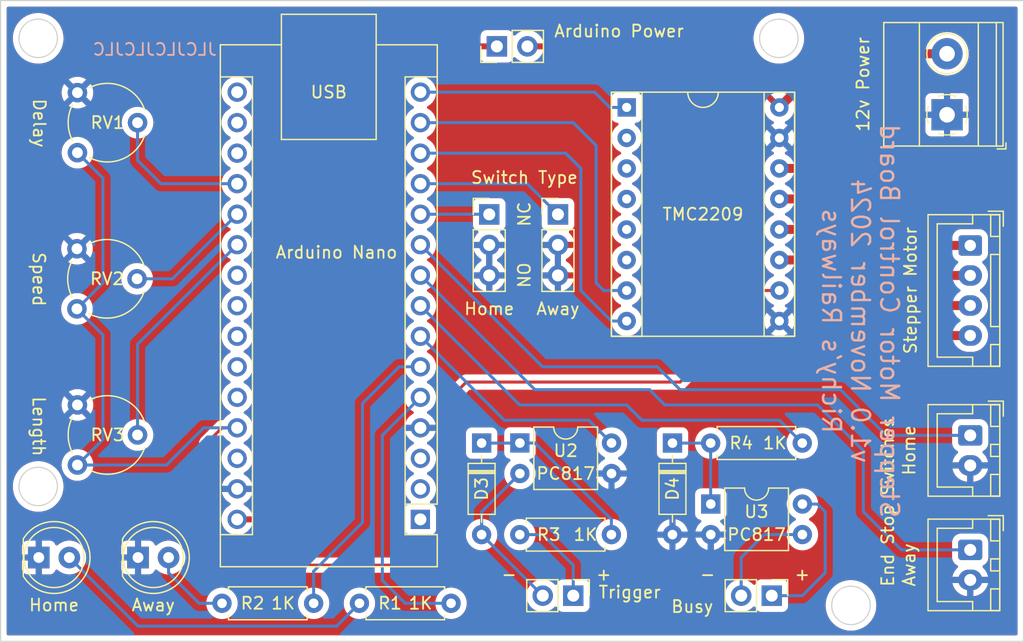
<source format=kicad_pcb>
(kicad_pcb (version 20211014) (generator pcbnew)
  (layers (0 "F.Cu" signal) (31 "B.Cu" signal) (34 "B.Paste" user) (35 "F.Paste" user) (36 "B.SilkS" user "B.Silkscreen") (37 "F.SilkS" user "F.Silkscreen") (38 "B.Mask" user) (39 "F.Mask" user) (44 "Edge.Cuts" user))
  (net 0 "")
  (net 4 "GND")
  (net 5 "Net-(A1-Pad5)")
  (net 6 "Net-(A1-Pad6)")
  (net 7 "Net-(A1-Pad7)")
  (net 8 "Net-(A1-Pad8)")
  (net 9 "Net-(A1-Pad9)")
  (net 10 "Net-(A1-Pad10)")
  (net 11 "Net-(A1-Pad11)")
  (net 12 "Net-(A1-Pad12)")
  (net 16 "Net-(A1-Pad19)")
  (net 17 "Net-(A1-Pad20)")
  (net 18 "Net-(A1-Pad21)")
  (net 24 "Net-(A1-Pad27)")
  (net 26 "Net-(A1-Pad30)")
  (net 27 "Net-(D1-Pad2)")
  (net 28 "Net-(D2-Pad2)")
  (net 29 "Net-(D3-Pad1)")
  (net 30 "Net-(D3-Pad2)")
  (net 31 "Net-(D4-Pad1)")
  (net 32 "Net-(J3-Pad1)")
  (net 33 "Net-(J3-Pad2)")
  (net 34 "Net-(J3-Pad3)")
  (net 35 "Net-(J3-Pad4)")
  (net 41 "Net-(J1-Pad2)")
  (net 42 "Net-(U1-Pad1)")
  (net 43 "Net-(U1-Pad7)")
  (net 44 "Net-(U1-Pad8)")
  (net 45 "Net-(J4-Pad1)")
  (net 46 "Net-(J5-Pad1)")
  (net 47 "Net-(J5-Pad2)")
  (footprint "Connector_PinHeader_2.54mm:PinHeader_1x03_P2.54mm_Vertical" (layer "F.Cu") (at 69.215 40.655)
    (fp_text reference "J8" hide)
    (fp_text value "Home" (at 0 7.859) (layer "F.SilkS"))
    (fp_line (start -1.33 6.41) (end 1.33 6.41) (layer "F.SilkS") (width 0.12))
    (fp_line (start -1.33 0) (end -1.33 -1.33) (layer "F.SilkS") (width 0.12))
    (fp_line (start -1.33 -1.33) (end 0 -1.33) (layer "F.SilkS") (width 0.12))
    (fp_line (start 1.33 1.27) (end 1.33 6.41) (layer "F.SilkS") (width 0.12))
    (fp_line (start -1.33 1.27) (end 1.33 1.27) (layer "F.SilkS") (width 0.12))
    (fp_line (start -1.33 1.27) (end -1.33 6.41) (layer "F.SilkS") (width 0.12))
    (pad "1" thru_hole rect (at 0 0) (size 1.7 1.7) (drill 1) (layers *.Cu *.Mask) (net 11 "Net-(A1-Pad11)"))
    (pad "2" thru_hole oval (at 0 2.54) (size 1.7 1.7) (drill 1) (layers *.Cu *.Mask) (net 4 "GND"))
    (pad "3" thru_hole oval (at 0 5.08) (size 1.7 1.7) (drill 1) (layers *.Cu *.Mask) (net 4 "GND"))
  )
  (footprint "LED_THT:LED_D5.0mm" (layer "F.Cu") (at 31.75 69.215)
    (fp_text reference "D1" hide)
    (fp_text value "Home" (at 1.27 3.96) (layer "F.SilkS"))
    (fp_line (start -1.29 -1.545) (end -1.29 1.545) (layer "F.SilkS") (width 0.12))
    (fp_arc (start -1.29 -1.54483) (mid 2.072002 -2.880433) (end 4.26 0.000462) (layer "F.SilkS") (width 0.12))
    (fp_arc (start 4.26 -0.000462) (mid 2.072002 2.880433) (end -1.29 1.54483) (layer "F.SilkS") (width 0.12))
    (fp_circle (center 1.27 0) (end 3.77 0) (layer "F.SilkS") (width 0.12) (fill none))
    (pad "1" thru_hole rect (at 0 0) (size 1.8 1.8) (drill 0.9) (layers *.Cu *.Mask) (net 4 "GND"))
    (pad "2" thru_hole circle (at 2.54 0) (size 1.8 1.8) (drill 0.9) (layers *.Cu *.Mask) (net 27 "Net-(D1-Pad2)"))
  )
  (footprint "Connector_JST:JST_XH_B2B-XH-A_1x02_P2.50mm_Vertical" (layer "F.Cu") (at 109.22 68.58 -90)
    (fp_text reference "J6" hide)
    (fp_text value "Away" (at 1.25 5.08 90) (layer "F.SilkS"))
    (fp_line (start -1.8 -0.2) (end -1.8 2.75) (layer "F.SilkS") (width 0.12))
    (fp_line (start 3.25 -2.45) (end 3.25 -1.7) (layer "F.SilkS") (width 0.12))
    (fp_line (start 3.25 -1.7) (end 5.05 -1.7) (layer "F.SilkS") (width 0.12))
    (fp_line (start -2.55 -1.7) (end -0.75 -1.7) (layer "F.SilkS") (width 0.12))
    (fp_line (start 1.75 -2.45) (end 0.75 -2.45) (layer "F.SilkS") (width 0.12))
    (fp_line (start 1.75 -1.7) (end 1.75 -2.45) (layer "F.SilkS") (width 0.12))
    (fp_line (start 5.05 -1.7) (end 5.05 -2.45) (layer "F.SilkS") (width 0.12))
    (fp_line (start 5.05 -2.45) (end 3.25 -2.45) (layer "F.SilkS") (width 0.12))
    (fp_line (start -0.75 -2.45) (end -2.55 -2.45) (layer "F.SilkS") (width 0.12))
    (fp_line (start 5.06 3.51) (end 5.06 -2.46) (layer "F.SilkS") (width 0.12))
    (fp_line (start -2.55 -0.2) (end -1.8 -0.2) (layer "F.SilkS") (width 0.12))
    (fp_line (start -1.6 -2.75) (end -2.85 -2.75) (layer "F.SilkS") (width 0.12))
    (fp_line (start 5.05 -0.2) (end 4.3 -0.2) (layer "F.SilkS") (width 0.12))
    (fp_line (start -1.8 2.75) (end 1.25 2.75) (layer "F.SilkS") (width 0.12))
    (fp_line (start -0.75 -1.7) (end -0.75 -2.45) (layer "F.SilkS") (width 0.12))
    (fp_line (start -2.56 3.51) (end 5.06 3.51) (layer "F.SilkS") (width 0.12))
    (fp_line (start 5.06 -2.46) (end -2.56 -2.46) (layer "F.SilkS") (width 0.12))
    (fp_line (start 4.3 2.75) (end 1.25 2.75) (layer "F.SilkS") (width 0.12))
    (fp_line (start -2.56 -2.46) (end -2.56 3.51) (layer "F.SilkS") (width 0.12))
    (fp_line (start 0.75 -1.7) (end 1.75 -1.7) (layer "F.SilkS") (width 0.12))
    (fp_line (start 0.75 -2.45) (end 0.75 -1.7) (layer "F.SilkS") (width 0.12))
    (fp_line (start -2.85 -2.75) (end -2.85 -1.5) (layer "F.SilkS") (width 0.12))
    (fp_line (start -2.55 -2.45) (end -2.55 -1.7) (layer "F.SilkS") (width 0.12))
    (fp_line (start 4.3 -0.2) (end 4.3 2.75) (layer "F.SilkS") (width 0.12))
    (pad "1" thru_hole roundrect (at 0 0 270) (size 1.7 2) (drill 1) (layers *.Cu *.Mask) (roundrect_rratio 0.1470588235) (net 9 "Net-(A1-Pad9)"))
    (pad "2" thru_hole oval (at 2.5 0 270) (size 1.7 2) (drill 1) (layers *.Cu *.Mask) (net 4 "GND"))
  )
  (footprint "Connector_JST:JST_XH_B2B-XH-A_1x02_P2.50mm_Vertical" (layer "F.Cu") (at 109.22 59.05 -90)
    (fp_text reference "J7" hide)
    (fp_text value "Home" (at 1.25 5.08 90) (layer "F.SilkS"))
    (fp_line (start 5.05 -1.7) (end 5.05 -2.45) (layer "F.SilkS") (width 0.12))
    (fp_line (start 0.75 -2.45) (end 0.75 -1.7) (layer "F.SilkS") (width 0.12))
    (fp_line (start 1.75 -1.7) (end 1.75 -2.45) (layer "F.SilkS") (width 0.12))
    (fp_line (start -2.55 -0.2) (end -1.8 -0.2) (layer "F.SilkS") (width 0.12))
    (fp_line (start -0.75 -2.45) (end -2.55 -2.45) (layer "F.SilkS") (width 0.12))
    (fp_line (start 3.25 -1.7) (end 5.05 -1.7) (layer "F.SilkS") (width 0.12))
    (fp_line (start 3.25 -2.45) (end 3.25 -1.7) (layer "F.SilkS") (width 0.12))
    (fp_line (start 5.05 -2.45) (end 3.25 -2.45) (layer "F.SilkS") (width 0.12))
    (fp_line (start 5.05 -0.2) (end 4.3 -0.2) (layer "F.SilkS") (width 0.12))
    (fp_line (start -2.56 -2.46) (end -2.56 3.51) (layer "F.SilkS") (width 0.12))
    (fp_line (start 0.75 -1.7) (end 1.75 -1.7) (layer "F.SilkS") (width 0.12))
    (fp_line (start -1.8 -0.2) (end -1.8 2.75) (layer "F.SilkS") (width 0.12))
    (fp_line (start -2.55 -2.45) (end -2.55 -1.7) (layer "F.SilkS") (width 0.12))
    (fp_line (start -2.55 -1.7) (end -0.75 -1.7) (layer "F.SilkS") (width 0.12))
    (fp_line (start 4.3 -0.2) (end 4.3 2.75) (layer "F.SilkS") (width 0.12))
    (fp_line (start -2.56 3.51) (end 5.06 3.51) (layer "F.SilkS") (width 0.12))
    (fp_line (start 5.06 -2.46) (end -2.56 -2.46) (layer "F.SilkS") (width 0.12))
    (fp_line (start 1.75 -2.45) (end 0.75 -2.45) (layer "F.SilkS") (width 0.12))
    (fp_line (start -0.75 -1.7) (end -0.75 -2.45) (layer "F.SilkS") (width 0.12))
    (fp_line (start 5.06 3.51) (end 5.06 -2.46) (layer "F.SilkS") (width 0.12))
    (fp_line (start -1.6 -2.75) (end -2.85 -2.75) (layer "F.SilkS") (width 0.12))
    (fp_line (start -2.85 -2.75) (end -2.85 -1.5) (layer "F.SilkS") (width 0.12))
    (fp_line (start 4.3 2.75) (end 1.25 2.75) (layer "F.SilkS") (width 0.12))
    (fp_line (start -1.8 2.75) (end 1.25 2.75) (layer "F.SilkS") (width 0.12))
    (pad "1" thru_hole roundrect (at 0 0 270) (size 1.7 2) (drill 1) (layers *.Cu *.Mask) (roundrect_rratio 0.1470588235) (net 10 "Net-(A1-Pad10)"))
    (pad "2" thru_hole oval (at 2.5 0 270) (size 1.7 2) (drill 1) (layers *.Cu *.Mask) (net 4 "GND"))
  )
  (footprint "Resistor_THT:R_Axial_DIN0207_L6.3mm_D2.5mm_P7.62mm_Horizontal" (layer "F.Cu") (at 87.63 59.69)
    (fp_text reference "R4" (at 2.54 0) (layer "F.SilkS"))
    (fp_text value "1K" (at 5.334 0) (layer "F.SilkS"))
    (fp_line (start 0.54 1.37) (end 7.08 1.37) (layer "F.SilkS") (width 0.12))
    (fp_line (start 0.54 -1.04) (end 0.54 -1.37) (layer "F.SilkS") (width 0.12))
    (fp_line (start 7.08 -1.37) (end 7.08 -1.04) (layer "F.SilkS") (width 0.12))
    (fp_line (start 0.54 -1.37) (end 7.08 -1.37) (layer "F.SilkS") (width 0.12))
    (fp_line (start 7.08 1.37) (end 7.08 1.04) (layer "F.SilkS") (width 0.12))
    (fp_line (start 0.54 1.04) (end 0.54 1.37) (layer "F.SilkS") (width 0.12))
    (pad "1" thru_hole circle (at 0 0) (size 1.6 1.6) (drill 0.8) (layers *.Cu *.Mask) (net 31 "Net-(D4-Pad1)"))
    (pad "2" thru_hole oval (at 7.62 0) (size 1.6 1.6) (drill 0.8) (layers *.Cu *.Mask) (net 8 "Net-(A1-Pad8)"))
  )
  (footprint "Potentiometer_THT:Potentiometer_Piher_PT-6-V_Vertical" (layer "F.Cu") (at 34.965 61.515)
    (fp_text reference "RV3" (at 2.5 -2.5) (layer "F.SilkS"))
    (fp_text value "Length" (at -3.215 -3.215 270 unlocked) (layer "F.SilkS"))
    (fp_arc (start 2.556863 0.770075) (mid 1.764071 0.686696) (end 1.015 0.414) (layer "F.SilkS") (width 0.12))
    (fp_arc (start 1.016032 -5.413829) (mid 3.725524 -5.531609) (end 5.592 -3.564) (layer "F.SilkS") (width 0.12))
    (fp_arc (start -0.413387 -1.014798) (mid -0.770114 -2.499325) (end -0.414 -3.984) (layer "F.SilkS") (width 0.12))
    (fp_arc (start 5.591846 -1.435392) (mid 4.398899 0.162158) (end 2.5 0.77) (layer "F.SilkS") (width 0.12))
    (pad "1" thru_hole circle (at 0 0) (size 1.62 1.62) (drill 0.9) (layers *.Cu *.Mask) (net 24 "Net-(A1-Pad27)"))
    (pad "2" thru_hole circle (at 5 -2.5) (size 1.62 1.62) (drill 0.9) (layers *.Cu *.Mask) (net 18 "Net-(A1-Pad21)"))
    (pad "3" thru_hole circle (at 0 -5) (size 1.62 1.62) (drill 0.9) (layers *.Cu *.Mask) (net 4 "GND"))
  )
  (footprint "Diode_THT:D_DO-35_SOD27_P7.62mm_Horizontal" (layer "F.Cu") (at 68.58 59.69 -90)
    (fp_text reference "D3" (at 3.81 0 90) (layer "F.SilkS"))
    (fp_text value "1N4148" hide)
    (fp_line (start 5.93 1.12) (end 5.93 -1.12) (layer "F.SilkS") (width 0.12))
    (fp_line (start 2.41 -1.12) (end 2.41 1.12) (layer "F.SilkS") (width 0.12))
    (fp_line (start 5.93 -1.12) (end 1.69 -1.12) (layer "F.SilkS") (width 0.12))
    (fp_line (start 1.69 1.12) (end 5.93 1.12) (layer "F.SilkS") (width 0.12))
    (fp_line (start 1.69 -1.12) (end 1.69 1.12) (layer "F.SilkS") (width 0.12))
    (fp_line (start 2.29 -1.12) (end 2.29 1.12) (layer "F.SilkS") (width 0.12))
    (fp_line (start 2.53 -1.12) (end 2.53 1.12) (layer "F.SilkS") (width 0.12))
    (fp_line (start 6.58 0) (end 5.93 0) (layer "F.SilkS") (width 0.12))
    (fp_line (start 1.04 0) (end 1.69 0) (layer "F.SilkS") (width 0.12))
    (pad "1" thru_hole rect (at 0 0 270) (size 1.6 1.6) (drill 0.8) (layers *.Cu *.Mask) (net 29 "Net-(D3-Pad1)"))
    (pad "2" thru_hole oval (at 7.62 0 270) (size 1.6 1.6) (drill 0.8) (layers *.Cu *.Mask) (net 30 "Net-(D3-Pad2)"))
  )
  (footprint "LED_THT:LED_D5.0mm" (layer "F.Cu") (at 40.005 69.215)
    (fp_text reference "D2" hide)
    (fp_text value "Away" (at 1.27 3.96) (layer "F.SilkS"))
    (fp_line (start -1.29 -1.545) (end -1.29 1.545) (layer "F.SilkS") (width 0.12))
    (fp_arc (start -1.29 -1.54483) (mid 2.072002 -2.880433) (end 4.26 0.000462) (layer "F.SilkS") (width 0.12))
    (fp_arc (start 4.26 -0.000462) (mid 2.072002 2.880433) (end -1.29 1.54483) (layer "F.SilkS") (width 0.12))
    (fp_circle (center 1.27 0) (end 3.77 0) (layer "F.SilkS") (width 0.12) (fill none))
    (pad "1" thru_hole rect (at 0 0) (size 1.8 1.8) (drill 0.9) (layers *.Cu *.Mask) (net 4 "GND"))
    (pad "2" thru_hole circle (at 2.54 0) (size 1.8 1.8) (drill 0.9) (layers *.Cu *.Mask) (net 28 "Net-(D2-Pad2)"))
  )
  (footprint "Connector_PinHeader_2.54mm:PinHeader_1x02_P2.54mm_Vertical" (layer "F.Cu") (at 92.71 72.39 -90)
    (fp_text reference "J5" hide)
    (fp_text value "Busy" (at 0.91 6.61 unlocked) (layer "F.SilkS"))
    (fp_line (start -1.33 1.27) (end 1.33 1.27) (layer "F.SilkS") (width 0.12))
    (fp_line (start -1.33 1.27) (end -1.33 3.87) (layer "F.SilkS") (width 0.12))
    (fp_line (start 1.33 1.27) (end 1.33 3.87) (layer "F.SilkS") (width 0.12))
    (fp_line (start -1.33 0) (end -1.33 -1.33) (layer "F.SilkS") (width 0.12))
    (fp_line (start -1.33 3.87) (end 1.33 3.87) (layer "F.SilkS") (width 0.12))
    (fp_line (start -1.33 -1.33) (end 0 -1.33) (layer "F.SilkS") (width 0.12))
    (pad "1" thru_hole rect (at 0 0 270) (size 1.7 1.7) (drill 1) (layers *.Cu *.Mask) (net 46 "Net-(J5-Pad1)"))
    (pad "2" thru_hole oval (at 0 2.54 270) (size 1.7 1.7) (drill 1) (layers *.Cu *.Mask) (net 47 "Net-(J5-Pad2)"))
  )
  (footprint "Resistor_THT:R_Axial_DIN0207_L6.3mm_D2.5mm_P7.62mm_Horizontal" (layer "F.Cu") (at 71.755 67.31)
    (fp_text reference "R3" (at 2.413 0) (layer "F.SilkS"))
    (fp_text value "1K" (at 5.461 0) (layer "F.SilkS"))
    (fp_line (start 0.54 1.37) (end 7.08 1.37) (layer "F.SilkS") (width 0.12))
    (fp_line (start 0.54 -1.37) (end 7.08 -1.37) (layer "F.SilkS") (width 0.12))
    (fp_line (start 0.54 -1.04) (end 0.54 -1.37) (layer "F.SilkS") (width 0.12))
    (fp_line (start 7.08 1.37) (end 7.08 1.04) (layer "F.SilkS") (width 0.12))
    (fp_line (start 0.54 1.04) (end 0.54 1.37) (layer "F.SilkS") (width 0.12))
    (fp_line (start 7.08 -1.37) (end 7.08 -1.04) (layer "F.SilkS") (width 0.12))
    (pad "1" thru_hole circle (at 0 0) (size 1.6 1.6) (drill 0.8) (layers *.Cu *.Mask) (net 45 "Net-(J4-Pad1)"))
    (pad "2" thru_hole oval (at 7.62 0) (size 1.6 1.6) (drill 0.8) (layers *.Cu *.Mask) (net 29 "Net-(D3-Pad1)"))
  )
  (footprint "Connector_PinHeader_2.54mm:PinHeader_1x02_P2.54mm_Vertical" (layer "F.Cu") (at 69.85 26.67 90)
    (fp_text reference "J2" hide)
    (fp_text value "Arduino Power" (at 1.27 10.165 unlocked) (layer "F.SilkS"))
    (fp_line (start -1.33 1.27) (end 1.33 1.27) (layer "F.SilkS") (width 0.12))
    (fp_line (start -1.33 3.87) (end 1.33 3.87) (layer "F.SilkS") (width 0.12))
    (fp_line (start 1.33 1.27) (end 1.33 3.87) (layer "F.SilkS") (width 0.12))
    (fp_line (start -1.33 0) (end -1.33 -1.33) (layer "F.SilkS") (width 0.12))
    (fp_line (start -1.33 1.27) (end -1.33 3.87) (layer "F.SilkS") (width 0.12))
    (fp_line (start -1.33 -1.33) (end 0 -1.33) (layer "F.SilkS") (width 0.12))
    (pad "1" thru_hole rect locked (at 0 0 90) (size 1.7 1.7) (drill 1) (layers *.Cu *.Mask) (net 26 "Net-(A1-Pad30)"))
    (pad "2" thru_hole oval locked (at 0 2.54 90) (size 1.7 1.7) (drill 1) (layers *.Cu *.Mask) (net 41 "Net-(J1-Pad2)"))
  )
  (footprint "Diode_THT:D_DO-35_SOD27_P7.62mm_Horizontal" (layer "F.Cu") (at 84.455 59.69 -90)
    (fp_text reference "D4" (at 3.81 0 90) (layer "F.SilkS"))
    (fp_text value "1N4148" hide)
    (fp_line (start 1.69 -1.12) (end 1.69 1.12) (layer "F.SilkS") (width 0.12))
    (fp_line (start 5.93 -1.12) (end 1.69 -1.12) (layer "F.SilkS") (width 0.12))
    (fp_line (start 2.41 -1.12) (end 2.41 1.12) (layer "F.SilkS") (width 0.12))
    (fp_line (start 2.53 -1.12) (end 2.53 1.12) (layer "F.SilkS") (width 0.12))
    (fp_line (start 2.29 -1.12) (end 2.29 1.12) (layer "F.SilkS") (width 0.12))
    (fp_line (start 1.69 1.12) (end 5.93 1.12) (layer "F.SilkS") (width 0.12))
    (fp_line (start 5.93 1.12) (end 5.93 -1.12) (layer "F.SilkS") (width 0.12))
    (fp_line (start 6.58 0) (end 5.93 0) (layer "F.SilkS") (width 0.12))
    (fp_line (start 1.04 0) (end 1.69 0) (layer "F.SilkS") (width 0.12))
    (pad "1" thru_hole rect (at 0 0 270) (size 1.6 1.6) (drill 0.8) (layers *.Cu *.Mask) (net 31 "Net-(D4-Pad1)"))
    (pad "2" thru_hole oval (at 7.62 0 270) (size 1.6 1.6) (drill 0.8) (layers *.Cu *.Mask) (net 4 "GND"))
  )
  (footprint "Potentiometer_THT:Potentiometer_Piher_PT-6-V_Vertical" (layer "F.Cu") (at 34.925 48.5175)
    (fp_text reference "RV2" (at 2.5 -2.5) (layer "F.SilkS"))
    (fp_text value "Speed" (at -3.175 -2.46 270 unlocked) (layer "F.SilkS"))
    (fp_arc (start -0.413387 -1.014798) (mid -0.770114 -2.499325) (end -0.414 -3.984) (layer "F.SilkS") (width 0.12))
    (fp_arc (start 1.016032 -5.413829) (mid 3.725524 -5.531609) (end 5.592 -3.564) (layer "F.SilkS") (width 0.12))
    (fp_arc (start 5.591846 -1.435392) (mid 4.398899 0.162158) (end 2.5 0.77) (layer "F.SilkS") (width 0.12))
    (fp_arc (start 2.556863 0.770075) (mid 1.764071 0.686696) (end 1.015 0.414) (layer "F.SilkS") (width 0.12))
    (pad "1" thru_hole circle (at 0 0) (size 1.62 1.62) (drill 0.9) (layers *.Cu *.Mask) (net 24 "Net-(A1-Pad27)"))
    (pad "2" thru_hole circle (at 5 -2.5) (size 1.62 1.62) (drill 0.9) (layers *.Cu *.Mask) (net 17 "Net-(A1-Pad20)"))
    (pad "3" thru_hole circle (at 0 -5) (size 1.62 1.62) (drill 0.9) (layers *.Cu *.Mask) (net 4 "GND"))
  )
  (footprint "Connector_PinHeader_2.54mm:PinHeader_1x03_P2.54mm_Vertical" (layer "F.Cu") (at 74.93 40.655)
    (fp_text reference "J9" hide)
    (fp_text value "Away" (at 0 7.859) (layer "F.SilkS"))
    (fp_line (start -1.33 0) (end -1.33 -1.33) (layer "F.SilkS") (width 0.12))
    (fp_line (start -1.33 1.27) (end 1.33 1.27) (layer "F.SilkS") (width 0.12))
    (fp_line (start -1.33 1.27) (end -1.33 6.41) (layer "F.SilkS") (width 0.12))
    (fp_line (start -1.33 6.41) (end 1.33 6.41) (layer "F.SilkS") (width 0.12))
    (fp_line (start -1.33 -1.33) (end 0 -1.33) (layer "F.SilkS") (width 0.12))
    (fp_line (start 1.33 1.27) (end 1.33 6.41) (layer "F.SilkS") (width 0.12))
    (pad "1" thru_hole rect (at 0 0) (size 1.7 1.7) (drill 1) (layers *.Cu *.Mask) (net 12 "Net-(A1-Pad12)"))
    (pad "2" thru_hole oval (at 0 2.54) (size 1.7 1.7) (drill 1) (layers *.Cu *.Mask) (net 4 "GND"))
    (pad "3" thru_hole oval (at 0 5.08) (size 1.7 1.7) (drill 1) (layers *.Cu *.Mask) (net 4 "GND"))
  )
  (footprint "Package_DIP:DIP-4_W7.62mm" (layer "F.Cu") (at 71.765 59.685)
    (fp_text reference "U2" (at 3.81 0.64) (layer "F.SilkS"))
    (fp_text value "PC817" (at 3.81 2.545) (layer "F.SilkS"))
    (fp_line (start 6.46 3.87) (end 6.46 -1.33) (layer "F.SilkS") (width 0.12))
    (fp_line (start 6.46 -1.33) (end 4.81 -1.33) (layer "F.SilkS") (width 0.12))
    (fp_line (start 1.16 -1.33) (end 1.16 3.87) (layer "F.SilkS") (width 0.12))
    (fp_line (start 2.81 -1.33) (end 1.16 -1.33) (layer "F.SilkS") (width 0.12))
    (fp_line (start 1.16 3.87) (end 6.46 3.87) (layer "F.SilkS") (width 0.12))
    (fp_arc (start 4.81 -1.33) (mid 3.81 -0.33) (end 2.81 -1.33) (layer "F.SilkS") (width 0.12))
    (pad "1" thru_hole rect (at 0 0) (size 1.6 1.6) (drill 0.8) (layers *.Cu *.Mask) (net 29 "Net-(D3-Pad1)"))
    (pad "2" thru_hole oval (at 0 2.54) (size 1.6 1.6) (drill 0.8) (layers *.Cu *.Mask) (net 30 "Net-(D3-Pad2)"))
    (pad "3" thru_hole oval (at 7.62 2.54) (size 1.6 1.6) (drill 0.8) (layers *.Cu *.Mask) (net 4 "GND"))
    (pad "4" thru_hole oval (at 7.62 0) (size 1.6 1.6) (drill 0.8) (layers *.Cu *.Mask) (net 7 "Net-(A1-Pad7)"))
  )
  (footprint "Richard:TMC2209-Module" (layer "F.Cu") (at 80.645 31.75)
    (fp_text reference "U1" hide)
    (fp_text value "TMC2209" (at 6.35 8.89 unlocked) (layer "F.SilkS"))
    (fp_rect (start -1.27 -1.27) (end 1.27 19.05) (layer "F.SilkS") (width 0.12) (fill none))
    (fp_rect (start -1.27 -1.27) (end 13.97 19.05) (layer "F.SilkS") (width 0.12) (fill none))
    (fp_rect (start 11.43 -1.27) (end 13.97 19.05) (layer "F.SilkS") (width 0.12) (fill none))
    (fp_arc (start 7.62 -1.27) (mid 6.35 0) (end 5.08 -1.27) (layer "F.SilkS") (width 0.12))
    (pad "1" thru_hole rect locked (at 0 0) (size 1.524 1.524) (drill 0.762) (layers *.Cu *.Mask) (net 42 "Net-(U1-Pad1)"))
    (pad "2" thru_hole circle locked (at 0 2.54) (size 1.524 1.524) (drill 0.762) (layers *.Cu *.Mask))
    (pad "3" thru_hole circle locked (at 0 5.08) (size 1.524 1.524) (drill 0.762) (layers *.Cu *.Mask))
    (pad "4" thru_hole circle locked (at 0 7.62) (size 1.524 1.524) (drill 0.762) (layers *.Cu *.Mask))
    (pad "5" thru_hole circle locked (at 0 10.16) (size 1.524 1.524) (drill 0.762) (layers *.Cu *.Mask))
    (pad "6" thru_hole circle locked (at 0 12.7) (size 1.524 1.524) (drill 0.762) (layers *.Cu *.Mask))
    (pad "7" thru_hole circle locked (at 0 15.24) (size 1.524 1.524) (drill 0.762) (layers *.Cu *.Mask) (net 43 "Net-(U1-Pad7)"))
    (pad "8" thru_hole circle locked (at 0 17.78) (size 1.524 1.524) (drill 0.762) (layers *.Cu *.Mask) (net 44 "Net-(U1-Pad8)"))
    (pad "9" thru_hole circle locked (at 12.7 17.78) (size 1.524 1.524) (drill 0.762) (layers *.Cu *.Mask) (net 4 "GND"))
    (pad "10" thru_hole circle locked (at 12.7 15.24) (size 1.524 1.524) (drill 0.762) (layers *.Cu *.Mask) (net 24 "Net-(A1-Pad27)"))
    (pad "11" thru_hole circle locked (at 12.7 12.7) (size 1.524 1.524) (drill 0.762) (layers *.Cu *.Mask) (net 35 "Net-(J3-Pad4)"))
    (pad "12" thru_hole circle locked (at 12.7 10.16) (size 1.524 1.524) (drill 0.762) (layers *.Cu *.Mask) (net 34 "Net-(J3-Pad3)"))
    (pad "13" thru_hole circle locked (at 12.7 7.62) (size 1.524 1.524) (drill 0.762) (layers *.Cu *.Mask) (net 33 "Net-(J3-Pad2)"))
    (pad "14" thru_hole circle locked (at 12.7 5.08) (size 1.524 1.524) (drill 0.762) (layers *.Cu *.Mask) (net 32 "Net-(J3-Pad1)"))
    (pad "15" thru_hole circle locked (at 12.7 2.54) (size 1.524 1.524) (drill 0.762) (layers *.Cu *.Mask) (net 4 "GND"))
    (pad "16" thru_hole circle locked (at 12.7 0) (size 1.524 1.524) (drill 0.762) (layers *.Cu *.Mask) (net 41 "Net-(J1-Pad2)"))
  )
  (footprint "Resistor_THT:R_Axial_DIN0207_L6.3mm_D2.5mm_P7.62mm_Horizontal" (layer "F.Cu") (at 58.42 73.025)
    (fp_text reference "R1" (at 2.54 0) (layer "F.SilkS"))
    (fp_text value "1K" (at 5.08 0) (layer "F.SilkS"))
    (fp_line (start 0.54 -1.04) (end 0.54 -1.37) (layer "F.SilkS") (width 0.12))
    (fp_line (start 0.54 -1.37) (end 7.08 -1.37) (layer "F.SilkS") (width 0.12))
    (fp_line (start 7.08 -1.37) (end 7.08 -1.04) (layer "F.SilkS") (width 0.12))
    (fp_line (start 0.54 1.37) (end 7.08 1.37) (layer "F.SilkS") (width 0.12))
    (fp_line (start 0.54 1.04) (end 0.54 1.37) (layer "F.SilkS") (width 0.12))
    (fp_line (start 7.08 1.37) (end 7.08 1.04) (layer "F.SilkS") (width 0.12))
    (pad "1" thru_hole circle (at 0 0) (size 1.6 1.6) (drill 0.8) (layers *.Cu *.Mask) (net 27 "Net-(D1-Pad2)"))
    (pad "2" thru_hole oval (at 7.62 0) (size 1.6 1.6) (drill 0.8) (layers *.Cu *.Mask) (net 5 "Net-(A1-Pad5)"))
  )
  (footprint "Connector_JST:JST_XH_B4B-XH-A_1x04_P2.50mm_Vertical" (layer "F.Cu") (at 109.22 43.24 -90)
    (fp_text reference "J3" hide)
    (fp_text value "Stepper Motor" (at 3.75 4.97 90) (layer "F.SilkS"))
    (fp_line (start 10.06 -2.46) (end -2.56 -2.46) (layer "F.SilkS") (width 0.12))
    (fp_line (start -2.55 -0.2) (end -1.8 -0.2) (layer "F.SilkS") (width 0.12))
    (fp_line (start 8.25 -1.7) (end 10.05 -1.7) (layer "F.SilkS") (width 0.12))
    (fp_line (start -2.55 -1.7) (end -0.75 -1.7) (layer "F.SilkS") (width 0.12))
    (fp_line (start 10.06 3.51) (end 10.06 -2.46) (layer "F.SilkS") (width 0.12))
    (fp_line (start 8.25 -2.45) (end 8.25 -1.7) (layer "F.SilkS") (width 0.12))
    (fp_line (start 10.05 -2.45) (end 8.25 -2.45) (layer "F.SilkS") (width 0.12))
    (fp_line (start 6.75 -2.45) (end 0.75 -2.45) (layer "F.SilkS") (width 0.12))
    (fp_line (start 10.05 -1.7) (end 10.05 -2.45) (layer "F.SilkS") (width 0.12))
    (fp_line (start -2.56 -2.46) (end -2.56 3.51) (layer "F.SilkS") (width 0.12))
    (fp_line (start -2.85 -2.75) (end -2.85 -1.5) (layer "F.SilkS") (width 0.12))
    (fp_line (start 0.75 -2.45) (end 0.75 -1.7) (layer "F.SilkS") (width 0.12))
    (fp_line (start -1.8 2.75) (end 3.75 2.75) (layer "F.SilkS") (width 0.12))
    (fp_line (start -2.56 3.51) (end 10.06 3.51) (layer "F.SilkS") (width 0.12))
    (fp_line (start -0.75 -1.7) (end -0.75 -2.45) (layer "F.SilkS") (width 0.12))
    (fp_line (start 9.3 -0.2) (end 9.3 2.75) (layer "F.SilkS") (width 0.12))
    (fp_line (start 10.05 -0.2) (end 9.3 -0.2) (layer "F.SilkS") (width 0.12))
    (fp_line (start -0.75 -2.45) (end -2.55 -2.45) (layer "F.SilkS") (width 0.12))
    (fp_line (start 0.75 -1.7) (end 6.75 -1.7) (layer "F.SilkS") (width 0.12))
    (fp_line (start -1.8 -0.2) (end -1.8 2.75) (layer "F.SilkS") (width 0.12))
    (fp_line (start 6.75 -1.7) (end 6.75 -2.45) (layer "F.SilkS") (width 0.12))
    (fp_line (start 9.3 2.75) (end 3.75 2.75) (layer "F.SilkS") (width 0.12))
    (fp_line (start -1.6 -2.75) (end -2.85 -2.75) (layer "F.SilkS") (width 0.12))
    (fp_line (start -2.55 -2.45) (end -2.55 -1.7) (layer "F.SilkS") (width 0.12))
    (pad "1" thru_hole roundrect locked (at 0 0 270) (size 1.7 1.95) (drill 0.95) (layers *.Cu *.Mask) (roundrect_rratio 0.1470588235) (net 32 "Net-(J3-Pad1)"))
    (pad "2" thru_hole oval locked (at 2.5 0 270) (size 1.7 1.95) (drill 0.95) (layers *.Cu *.Mask) (net 33 "Net-(J3-Pad2)"))
    (pad "3" thru_hole oval locked (at 5 0 270) (size 1.7 1.95) (drill 0.95) (layers *.Cu *.Mask) (net 34 "Net-(J3-Pad3)"))
    (pad "4" thru_hole oval locked (at 7.5 0 270) (size 1.7 1.95) (drill 0.95) (layers *.Cu *.Mask) (net 35 "Net-(J3-Pad4)"))
  )
  (footprint "Potentiometer_THT:Potentiometer_Piher_PT-6-V_Vertical" (layer "F.Cu") (at 34.965 35.52)
    (fp_text reference "RV1" (at 2.5 -2.5) (layer "F.SilkS"))
    (fp_text value "Delay" (at -3.175 -2.46 270 unlocked) (layer "F.SilkS"))
    (fp_arc (start 5.591846 -1.435392) (mid 4.398899 0.162158) (end 2.5 0.77) (layer "F.SilkS") (width 0.12))
    (fp_arc (start 1.016032 -5.413829) (mid 3.725524 -5.531609) (end 5.592 -3.564) (layer "F.SilkS") (width 0.12))
    (fp_arc (start -0.413387 -1.014798) (mid -0.770114 -2.499325) (end -0.414 -3.984) (layer "F.SilkS") (width 0.12))
    (fp_arc (start 2.556863 0.770075) (mid 1.764071 0.686696) (end 1.015 0.414) (layer "F.SilkS") (width 0.12))
    (pad "1" thru_hole circle (at 0 0) (size 1.62 1.62) (drill 0.9) (layers *.Cu *.Mask) (net 24 "Net-(A1-Pad27)"))
    (pad "2" thru_hole circle (at 5 -2.5) (size 1.62 1.62) (drill 0.9) (layers *.Cu *.Mask) (net 16 "Net-(A1-Pad19)"))
    (pad "3" thru_hole circle (at 0 -5) (size 1.62 1.62) (drill 0.9) (layers *.Cu *.Mask) (net 4 "GND"))
  )
  (footprint "Module:Arduino_Nano" (layer "F.Cu") (at 63.49 66.04 180)
    (fp_text reference "A1" hide)
    (fp_text value "Arduino Nano" (at 6.975 22.225 unlocked) (layer "F.SilkS"))
    (fp_text user "USB" (at 7.62 35.56 unlocked) (layer "F.SilkS"))
    (fp_line (start 3.68 31.62) (end 11.56 31.62) (layer "F.SilkS") (width 0.12))
    (fp_line (start 13.97 -1.27) (end 13.97 36.83) (layer "F.SilkS") (width 0.12))
    (fp_line (start -1.4 1.27) (end -1.4 39.5) (layer "F.SilkS") (width 0.12))
    (fp_line (start 13.97 36.83) (end 16.64 36.83) (layer "F.SilkS") (width 0.12))
    (fp_line (start -1.4 39.5) (end 3.68 39.5) (layer "F.SilkS") (width 0.12))
    (fp_line (start 16.64 39.5) (end 11.56 39.5) (layer "F.SilkS") (width 0.12))
    (fp_line (start 1.27 1.27) (end 1.27 36.83) (layer "F.SilkS") (width 0.12))
    (fp_line (start 13.97 -1.27) (end 16.64 -1.27) (layer "F.SilkS") (width 0.12))
    (fp_line (start 1.27 1.27) (end -1.4 1.27) (layer "F.SilkS") (width 0.12))
    (fp_line (start -1.4 -3.94) (end -1.4 -1.27) (layer "F.SilkS") (width 0.12))
    (fp_line (start 11.56 31.62) (end 11.56 42.04) (layer "F.SilkS") (width 0.12))
    (fp_line (start 1.27 1.27) (end 1.27 -1.27) (layer "F.SilkS") (width 0.12))
    (fp_line (start 16.64 39.5) (end 16.64 -3.94) (layer "F.SilkS") (width 0.12))
    (fp_line (start 11.56 42.04) (end 3.68 42.04) (layer "F.SilkS") (width 0.12))
    (fp_line (start 3.68 42.04) (end 3.68 31.62) (layer "F.SilkS") (width 0.12))
    (fp_line (start 1.27 -1.27) (end -1.4 -1.27) (layer "F.SilkS") (width 0.12))
    (fp_line (start 1.27 36.83) (end -1.4 36.83) (layer "F.SilkS") (width 0.12))
    (fp_line (start 16.64 -3.94) (end -1.4 -3.94) (layer "F.SilkS") (width 0.12))
    (pad "1" thru_hole rect locked (at 0 0 180) (size 1.6 1.6) (drill 1) (layers *.Cu *.Mask))
    (pad "2" thru_hole oval locked (at 0 2.54 180) (size 1.6 1.6) (drill 1) (layers *.Cu *.Mask))
    (pad "3" thru_hole oval locked (at 0 5.08 180) (size 1.6 1.6) (drill 1) (layers *.Cu *.Mask))
    (pad "4" thru_hole oval locked (at 0 7.62 180) (size 1.6 1.6) (drill 1) (layers *.Cu *.Mask) (net 4 "GND"))
    (pad "5" thru_hole oval locked (at 0 10.16 180) (size 1.6 1.6) (drill 1) (layers *.Cu *.Mask) (net 5 "Net-(A1-Pad5)"))
    (pad "6" thru_hole oval locked (at 0 12.7 180) (size 1.6 1.6) (drill 1) (layers *.Cu *.Mask) (net 6 "Net-(A1-Pad6)"))
    (pad "7" thru_hole oval locked (at 0 15.24 180) (size 1.6 1.6) (drill 1) (layers *.Cu *.Mask) (net 7 "Net-(A1-Pad7)"))
    (pad "8" thru_hole oval locked (at 0 17.78 180) (size 1.6 1.6) (drill 1) (layers *.Cu *.Mask) (net 8 "Net-(A1-Pad8)"))
    (pad "9" thru_hole oval locked (at 0 20.32 180) (size 1.6 1.6) (drill 1) (layers *.Cu *.Mask) (net 9 "Net-(A1-Pad9)"))
    (pad "10" thru_hole oval locked (at 0 22.86 180) (size 1.6 1.6) (drill 1) (layers *.Cu *.Mask) (net 10 "Net-(A1-Pad10)"))
    (pad "11" thru_hole oval locked (at 0 25.4 180) (size 1.6 1.6) (drill 1) (layers *.Cu *.Mask) (net 11 "Net-(A1-Pad11)"))
    (pad "12" thru_hole oval locked (at 0 27.94 180) (size 1.6 1.6) (drill 1) (layers *.Cu *.Mask) (net 12 "Net-(A1-Pad12)"))
    (pad "13" thru_hole oval locked (at 0 30.48 180) (size 1.6 1.6) (drill 1) (layers *.Cu *.Mask) (net 44 "Net-(U1-Pad8)"))
    (pad "14" thru_hole oval locked (at 0 33.02 180) (size 1.6 1.6) (drill 1) (layers *.Cu *.Mask) (net 43 "Net-(U1-Pad7)"))
    (pad "15" thru_hole oval locked (at 0 35.56 180) (size 1.6 1.6) (drill 1) (layers *.Cu *.Mask) (net 42 "Net-(U1-Pad1)"))
    (pad "16" thru_hole oval locked (at 15.24 35.56 180) (size 1.6 1.6) (drill 1) (layers *.Cu *.Mask))
    (pad "17" thru_hole oval locked (at 15.24 33.02 180) (size 1.6 1.6) (drill 1) (layers *.Cu *.Mask))
    (pad "18" thru_hole oval locked (at 15.24 30.48 180) (size 1.6 1.6) (drill 1) (layers *.Cu *.Mask))
    (pad "19" thru_hole oval locked (at 15.24 27.94 180) (size 1.6 1.6) (drill 1) (layers *.Cu *.Mask) (net 16 "Net-(A1-Pad19)"))
    (pad "20" thru_hole oval locked (at 15.24 25.4 180) (size 1.6 1.6) (drill 1) (layers *.Cu *.Mask) (net 17 "Net-(A1-Pad20)"))
    (pad "21" thru_hole oval locked (at 15.24 22.86 180) (size 1.6 1.6) (drill 1) (layers *.Cu *.Mask) (net 18 "Net-(A1-Pad21)"))
    (pad "22" thru_hole oval locked (at 15.24 20.32 180) (size 1.6 1.6) (drill 1) (layers *.Cu *.Mask))
    (pad "23" thru_hole oval locked (at 15.24 17.78 180) (size 1.6 1.6) (drill 1) (layers *.Cu *.Mask))
    (pad "24" thru_hole oval locked (at 15.24 15.24 180) (size 1.6 1.6) (drill 1) (layers *.Cu *.Mask))
    (pad "25" thru_hole oval locked (at 15.24 12.7 180) (size 1.6 1.6) (drill 1) (layers *.Cu *.Mask))
    (pad "26" thru_hole oval locked (at 15.24 10.16 180) (size 1.6 1.6) (drill 1) (layers *.Cu *.Mask))
    (pad "27" thru_hole oval locked (at 15.24 7.62 180) (size 1.6 1.6) (drill 1) (layers *.Cu *.Mask) (net 24 "Net-(A1-Pad27)"))
    (pad "28" thru_hole oval locked (at 15.24 5.08 180) (size 1.6 1.6) (drill 1) (layers *.Cu *.Mask))
    (pad "29" thru_hole oval locked (at 15.24 2.54 180) (size 1.6 1.6) (drill 1) (layers *.Cu *.Mask) (net 4 "GND"))
    (pad "30" thru_hole oval locked (at 15.24 0 180) (size 1.6 1.6) (drill 1) (layers *.Cu *.Mask) (net 26 "Net-(A1-Pad30)"))
  )
  (footprint "Resistor_THT:R_Axial_DIN0207_L6.3mm_D2.5mm_P7.62mm_Horizontal" (layer "F.Cu") (at 46.99 73.025)
    (fp_text reference "R2" (at 2.54 0) (layer "F.SilkS"))
    (fp_text value "1K" (at 5.08 0) (layer "F.SilkS"))
    (fp_line (start 0.54 1.04) (end 0.54 1.37) (layer "F.SilkS") (width 0.12))
    (fp_line (start 0.54 1.37) (end 7.08 1.37) (layer "F.SilkS") (width 0.12))
    (fp_line (start 7.08 1.37) (end 7.08 1.04) (layer "F.SilkS") (width 0.12))
    (fp_line (start 7.08 -1.37) (end 7.08 -1.04) (layer "F.SilkS") (width 0.12))
    (fp_line (start 0.54 -1.04) (end 0.54 -1.37) (layer "F.SilkS") (width 0.12))
    (fp_line (start 0.54 -1.37) (end 7.08 -1.37) (layer "F.SilkS") (width 0.12))
    (pad "1" thru_hole circle (at 0 0) (size 1.6 1.6) (drill 0.8) (layers *.Cu *.Mask) (net 28 "Net-(D2-Pad2)"))
    (pad "2" thru_hole oval (at 7.62 0) (size 1.6 1.6) (drill 0.8) (layers *.Cu *.Mask) (net 6 "Net-(A1-Pad6)"))
  )
  (footprint "TerminalBlock_Phoenix:TerminalBlock_Phoenix_MKDS-1,5-2-5.08_1x02_P5.08mm_Horizontal" (layer "F.Cu") (at 107.29 32.365 90)
    (fp_text reference "J1" hide)
    (fp_text value "12v Power" (at 2.54 -6.985 90) (layer "F.SilkS"))
    (fp_line (start 3.853 1.023) (end 3.806 1.069) (layer "F.SilkS") (width 0.12))
    (fp_line (start -2.6 4.1) (end 7.68 4.1) (layer "F.SilkS") (width 0.12))
    (fp_line (start 4.046 1.239) (end 4.011 1.274) (layer "F.SilkS") (width 0.12))
    (fp_line (start -2.6 -5.261) (end 7.68 -5.261) (layer "F.SilkS") (width 0.12))
    (fp_line (start -2.84 4.9) (end -2.34 4.9) (layer "F.SilkS") (width 0.12))
    (fp_line (start -2.6 4.66) (end 7.68 4.66) (layer "F.SilkS") (width 0.12))
    (fp_line (start -2.6 -2.301) (end 7.68 -2.301) (layer "F.SilkS") (width 0.12))
    (fp_line (start 7.68 -5.261) (end 7.68 4.66) (layer "F.SilkS") (width 0.12))
    (fp_line (start -2.6 2.6) (end 7.68 2.6) (layer "F.SilkS") (width 0.12))
    (fp_line (start -2.6 -5.261) (end -2.6 4.66) (layer "F.SilkS") (width 0.12))
    (fp_line (start 6.15 -1.275) (end 6.115 -1.239) (layer "F.SilkS") (width 0.12))
    (fp_line (start 6.355 -1.069) (end 6.308 -1.023) (layer "F.SilkS") (width 0.12))
    (fp_line (start -2.84 4.16) (end -2.84 4.9) (layer "F.SilkS") (width 0.12))
    (fp_arc (start -1.535427 0.683042) (mid -1.680501 -0.000524) (end -1.535 -0.684) (layer "F.SilkS") (width 0.12))
    (fp_arc (start -0.683042 -1.535427) (mid 0.000524 -1.680501) (end 0.684 -1.535) (layer "F.SilkS") (width 0.12))
    (fp_arc (start 1.535427 -0.683042) (mid 1.680501 0.000524) (end 1.535 0.684) (layer "F.SilkS") (width 0.12))
    (fp_arc (start 0.683318 1.534756) (mid 0.349292 1.643288) (end 0 1.68) (layer "F.SilkS") (width 0.12))
    (fp_arc (start 0.028805 1.680253) (mid -0.335551 1.646659) (end -0.684 1.535) (layer "F.SilkS") (width 0.12))
    (fp_circle (center 5.08 0) (end 6.76 0) (layer "F.SilkS") (width 0.12) (fill none))
    (pad "1" thru_hole rect locked (at 0 0 90) (size 2.6 2.6) (drill 1.3) (layers *.Cu *.Mask) (net 4 "GND"))
    (pad "2" thru_hole circle locked (at 5.08 0 90) (size 2.6 2.6) (drill 1.3) (layers *.Cu *.Mask) (net 41 "Net-(J1-Pad2)"))
  )
  (footprint "Connector_PinHeader_2.54mm:PinHeader_1x02_P2.54mm_Vertical" (layer "F.Cu") (at 76.205 72.39 -90)
    (fp_text reference "J4" hide)
    (fp_text value "Trigger" (at -0.29 -4.695 180) (layer "F.SilkS"))
    (fp_line (start 1.33 1.27) (end 1.33 3.87) (layer "F.SilkS") (width 0.12))
    (fp_line (start -1.33 1.27) (end -1.33 3.87) (layer "F.SilkS") (width 0.12))
    (fp_line (start -1.33 0) (end -1.33 -1.33) (layer "F.SilkS") (width 0.12))
    (fp_line (start -1.33 -1.33) (end 0 -1.33) (layer "F.SilkS") (width 0.12))
    (fp_line (start -1.33 1.27) (end 1.33 1.27) (layer "F.SilkS") (width 0.12))
    (fp_line (start -1.33 3.87) (end 1.33 3.87) (layer "F.SilkS") (width 0.12))
    (pad "1" thru_hole rect (at 0 0 270) (size 1.7 1.7) (drill 1) (layers *.Cu *.Mask) (net 45 "Net-(J4-Pad1)"))
    (pad "2" thru_hole oval (at 0 2.54 270) (size 1.7 1.7) (drill 1) (layers *.Cu *.Mask) (net 30 "Net-(D3-Pad2)"))
  )
  (footprint "Package_DIP:DIP-4_W7.62mm" (layer "F.Cu") (at 87.64 64.765)
    (fp_text reference "U3" (at 3.8 0.64) (layer "F.SilkS"))
    (fp_text value "PC817" (at 3.81 2.545) (layer "F.SilkS"))
    (fp_line (start 6.46 -1.33) (end 4.81 -1.33) (layer "F.SilkS") (width 0.12))
    (fp_line (start 1.16 -1.33) (end 1.16 3.87) (layer "F.SilkS") (width 0.12))
    (fp_line (start 6.46 3.87) (end 6.46 -1.33) (layer "F.SilkS") (width 0.12))
    (fp_line (start 1.16 3.87) (end 6.46 3.87) (layer "F.SilkS") (width 0.12))
    (fp_line (start 2.81 -1.33) (end 1.16 -1.33) (layer "F.SilkS") (width 0.12))
    (fp_arc (start 4.81 -1.33) (mid 3.81 -0.33) (end 2.81 -1.33) (layer "F.SilkS") (width 0.12))
    (pad "1" thru_hole rect (at 0 0) (size 1.6 1.6) (drill 0.8) (layers *.Cu *.Mask) (net 31 "Net-(D4-Pad1)"))
    (pad "2" thru_hole oval (at 0 2.54) (size 1.6 1.6) (drill 0.8) (layers *.Cu *.Mask) (net 4 "GND"))
    (pad "3" thru_hole oval (at 7.62 2.54) (size 1.6 1.6) (drill 0.8) (layers *.Cu *.Mask) (net 47 "Net-(J5-Pad2)"))
    (pad "4" thru_hole oval (at 7.62 0) (size 1.6 1.6) (drill 0.8) (layers *.Cu *.Mask) (net 46 "Net-(J5-Pad1)"))
  )
  (gr_circle (center 99.3 73.2) (end 100.9 73.2) (layer "Edge.Cuts") (width 0.1) (fill none))
  (gr_rect (start 28.575 22.86) (end 113.665 76.2) (layer "Edge.Cuts") (width 0.1) (fill none))
  (gr_circle (center 93.3 26) (end 94.9 26) (layer "Edge.Cuts") (width 0.1) (fill none))
  (gr_circle (center 31.7 63.3) (end 33.3 63.3) (layer "Edge.Cuts") (width 0.1) (fill none))
  (gr_circle (center 31.7 26) (end 33.3 26) (layer "Edge.Cuts") (width 0.1) (fill none))
  (gr_text "JLCJLCJLCJLC" (at 41.402 26.924) (layer "B.SilkS") (effects (font (size 1 1)) (justify mirror)))
  (gr_text "Stepper Motor Control Board\nv1.0 November 2024\nRichy's Railways" (at 100.076 49.53 270) (layer "B.SilkS") (effects (font (size 1.5 1.5) (thickness 0.2)) (justify mirror)))
  (gr_text "+" (at 78.74 70.612) (layer "F.SilkS") (effects (font (size 1 1))))
  (gr_text "End Stop Switches" (at 102.362 64.6 90) (layer "F.SilkS") (effects (font (size 1 1))))
  (gr_text "NC" (at 72.136 40.64 90) (layer "F.SilkS") (effects (font (size 1 1))))
  (gr_text "Switch Type" (at 72.136 37.592) (layer "F.SilkS") (effects (font (size 1 1))))
  (gr_text "-" (at 87.376 70.612) (layer "F.SilkS") (effects (font (size 1 1))))
  (gr_text "+" (at 95.25 70.612) (layer "F.SilkS") (effects (font (size 1 1))))
  (gr_text "-" (at 70.866 70.612) (layer "F.SilkS") (effects (font (size 1 1))))
  (gr_text "NO" (at 72.136 45.72 90) (layer "F.SilkS") (effects (font (size 1 1))))
  (segment (start 60.325 59.045) (end 63.49 55.88) (width 0.25) (layer "B.Cu") (net 5))
  (segment (start 66.04 73.025) (end 62.23 73.025) (width 0.25) (layer "B.Cu") (net 5))
  (segment (start 60.325 71.12) (end 60.325 59.045) (width 0.25) (layer "B.Cu") (net 5))
  (segment (start 62.23 73.025) (end 60.325 71.12) (width 0.25) (layer "B.Cu") (net 5))
  (segment (start 61.722 53.34) (end 63.49 53.34) (width 0.25) (layer "B.Cu") (net 6))
  (segment (start 54.61 73.025) (end 54.61 70.358) (width 0.25) (layer "B.Cu") (net 6))
  (segment (start 58.674 56.388) (end 61.722 53.34) (width 0.25) (layer "B.Cu") (net 6))
  (segment (start 54.61 70.358) (end 58.674 66.294) (width 0.25) (layer "B.Cu") (net 6))
  (segment (start 58.674 66.294) (end 58.674 56.388) (width 0.25) (layer "B.Cu") (net 6))
  (segment (start 77.485 57.785) (end 79.385 59.685) (width 0.25) (layer "B.Cu") (net 7))
  (segment (start 70.475 57.785) (end 77.485 57.785) (width 0.25) (layer "B.Cu") (net 7))
  (segment (start 63.49 50.8) (end 70.475 57.785) (width 0.25) (layer "B.Cu") (net 7))
  (segment (start 81.915 57.785) (end 93.345 57.785) (width 0.25) (layer "B.Cu") (net 8))
  (segment (start 63.49 48.26) (end 71.745 56.515) (width 0.25) (layer "B.Cu") (net 8))
  (segment (start 80.645 56.515) (end 81.915 57.785) (width 0.25) (layer "B.Cu") (net 8))
  (segment (start 71.745 56.515) (end 80.645 56.515) (width 0.25) (layer "B.Cu") (net 8))
  (segment (start 93.345 57.785) (end 95.25 59.69) (width 0.25) (layer "B.Cu") (net 8))
  (segment (start 63.49 45.72) (end 73.015 55.245) (width 0.25) (layer "B.Cu") (net 9))
  (segment (start 103.5 68.575) (end 109.215 68.575) (width 0.25) (layer "B.Cu") (net 9))
  (segment (start 82.55 55.245) (end 83.82 56.515) (width 0.25) (layer "B.Cu") (net 9))
  (segment (start 100.33 65.405) (end 103.5 68.575) (width 0.25) (layer "B.Cu") (net 9))
  (segment (start 96.52 56.515) (end 100.33 60.325) (width 0.25) (layer "B.Cu") (net 9))
  (segment (start 100.33 60.325) (end 100.33 65.405) (width 0.25) (layer "B.Cu") (net 9))
  (segment (start 73.015 55.245) (end 82.55 55.245) (width 0.25) (layer "B.Cu") (net 9))
  (segment (start 109.215 68.575) (end 109.22 68.58) (width 0.25) (layer "B.Cu") (net 9))
  (segment (start 83.82 56.515) (end 96.52 56.515) (width 0.25) (layer "B.Cu") (net 9))
  (segment (start 102.235 59.055) (end 102.24 59.05) (width 0.25) (layer "B.Cu") (net 10))
  (segment (start 83.185 53.34) (end 85.09 55.245) (width 0.25) (layer "B.Cu") (net 10))
  (segment (start 98.425 55.245) (end 102.235 59.055) (width 0.25) (layer "B.Cu") (net 10))
  (segment (start 85.09 55.245) (end 98.425 55.245) (width 0.25) (layer "B.Cu") (net 10))
  (segment (start 102.24 59.05) (end 109.22 59.05) (width 0.25) (layer "B.Cu") (net 10))
  (segment (start 63.49 43.18) (end 73.65 53.34) (width 0.25) (layer "B.Cu") (net 10))
  (segment (start 73.65 53.34) (end 83.185 53.34) (width 0.25) (layer "B.Cu") (net 10))
  (segment (start 63.49 40.64) (end 69.2 40.64) (width 0.25) (layer "B.Cu") (net 11))
  (segment (start 69.2 40.64) (end 69.215 40.655) (width 0.25) (layer "B.Cu") (net 11))
  (segment (start 63.49 38.1) (end 72.375 38.1) (width 0.25) (layer "B.Cu") (net 12))
  (segment (start 72.375 38.1) (end 74.93 40.655) (width 0.25) (layer "B.Cu") (net 12))
  (segment (start 39.965 36.155) (end 41.91 38.1) (width 0.25) (layer "B.Cu") (net 16))
  (segment (start 41.91 38.1) (end 48.25 38.1) (width 0.25) (layer "B.Cu") (net 16))
  (segment (start 39.965 33.02) (end 39.965 36.155) (width 0.25) (layer "B.Cu") (net 16))
  (segment (start 42.8725 46.0175) (end 48.25 40.64) (width 0.25) (layer "B.Cu") (net 17))
  (segment (start 39.925 46.0175) (end 42.8725 46.0175) (width 0.25) (layer "B.Cu") (net 17))
  (segment (start 39.965 51.465) (end 48.25 43.18) (width 0.25) (layer "B.Cu") (net 18))
  (segment (start 39.965 59.015) (end 39.965 51.465) (width 0.25) (layer "B.Cu") (net 18))
  (segment (start 46.99 58.42) (end 45.72 59.69) (width 0.25) (layer "F.Cu") (net 24))
  (segment (start 90.805 46.99) (end 93.345 46.99) (width 0.25) (layer "F.Cu") (net 24))
  (segment (start 45.72 59.69) (end 45.72 68.58) (width 0.25) (layer "F.Cu") (net 24))
  (segment (start 67.31 54.61) (end 85.09 54.61) (width 0.25) (layer "F.Cu") (net 24))
  (segment (start 87.63 52.07) (end 87.63 50.165) (width 0.25) (layer "F.Cu") (net 24))
  (segment (start 48.25 58.42) (end 46.99 58.42) (width 0.25) (layer "F.Cu") (net 24))
  (segment (start 46.99 69.85) (end 64.135 69.85) (width 0.25) (layer "F.Cu") (net 24))
  (segment (start 66.04 67.945) (end 66.04 55.88) (width 0.25) (layer "F.Cu") (net 24))
  (segment (start 66.04 55.88) (end 67.31 54.61) (width 0.25) (layer "F.Cu") (net 24))
  (segment (start 87.63 50.165) (end 90.805 46.99) (width 0.25) (layer "F.Cu") (net 24))
  (segment (start 85.09 54.61) (end 87.63 52.07) (width 0.25) (layer "F.Cu") (net 24))
  (segment (start 64.135 69.85) (end 66.04 67.945) (width 0.25) (layer "F.Cu") (net 24))
  (segment (start 45.72 68.58) (end 46.99 69.85) (width 0.25) (layer "F.Cu") (net 24))
  (segment (start 37.084 50.6765) (end 34.925 48.5175) (width 0.25) (layer "B.Cu") (net 24))
  (segment (start 37.084 46.3585) (end 37.084 37.639) (width 0.25) (layer "B.Cu") (net 24))
  (segment (start 34.925 48.5175) (end 37.084 46.3585) (width 0.25) (layer "B.Cu") (net 24))
  (segment (start 37.084 37.639) (end 34.965 35.52) (width 0.25) (layer "B.Cu") (net 24))
  (segment (start 45.466 58.42) (end 42.371 61.515) (width 0.25) (layer "B.Cu") (net 24))
  (segment (start 48.25 58.42) (end 45.466 58.42) (width 0.25) (layer "B.Cu") (net 24))
  (segment (start 42.371 61.515) (end 34.965 61.515) (width 0.25) (layer "B.Cu") (net 24))
  (segment (start 34.965 61.515) (end 37.084 59.396) (width 0.25) (layer "B.Cu") (net 24))
  (segment (start 37.084 59.396) (end 37.084 50.6765) (width 0.25) (layer "B.Cu") (net 24))
  (segment (start 51.054 66.04) (end 55.118 61.976) (width 0.5) (layer "F.Cu") (net 26))
  (segment (start 55.118 61.976) (end 55.118 29.718) (width 0.5) (layer "F.Cu") (net 26))
  (segment (start 55.118 29.718) (end 58.166 26.67) (width 0.5) (layer "F.Cu") (net 26))
  (segment (start 58.166 26.67) (end 69.85 26.67) (width 0.5) (layer "F.Cu") (net 26))
  (segment (start 48.25 66.04) (end 51.054 66.04) (width 0.5) (layer "F.Cu") (net 26))
  (segment (start 58.42 73.025) (end 56.515 74.93) (width 0.25) (layer "B.Cu") (net 27))
  (segment (start 40.005 74.93) (end 34.29 69.215) (width 0.25) (layer "B.Cu") (net 27))
  (segment (start 56.515 74.93) (end 40.005 74.93) (width 0.25) (layer "B.Cu") (net 27))
  (segment (start 42.545 69.215) (end 42.545 70.485) (width 0.25) (layer "B.Cu") (net 28))
  (segment (start 42.545 70.485) (end 45.085 73.025) (width 0.25) (layer "B.Cu") (net 28))
  (segment (start 45.085 73.025) (end 46.99 73.025) (width 0.25) (layer "B.Cu") (net 28))
  (segment (start 71.765 59.685) (end 73.02 59.685) (width 0.25) (layer "B.Cu") (net 29))
  (segment (start 73.02 59.685) (end 79.375 66.04) (width 0.25) (layer "B.Cu") (net 29))
  (segment (start 71.76 59.69) (end 71.765 59.685) (width 0.25) (layer "B.Cu") (net 29))
  (segment (start 68.58 59.69) (end 71.76 59.69) (width 0.25) (layer "B.Cu") (net 29))
  (segment (start 79.375 66.04) (end 79.375 67.31) (width 0.25) (layer "B.Cu") (net 29))
  (segment (start 73.66 72.39) (end 73.665 72.39) (width 0.25) (layer "B.Cu") (net 30))
  (segment (start 68.58 67.31) (end 73.66 72.39) (width 0.25) (layer "B.Cu") (net 30))
  (segment (start 68.58 67.31) (end 68.58 65.41) (width 0.25) (layer "B.Cu") (net 30))
  (segment (start 68.58 65.41) (end 71.765 62.225) (width 0.25) (layer "B.Cu") (net 30))
  (segment (start 87.63 64.755) (end 87.64 64.765) (width 0.25) (layer "B.Cu") (net 31))
  (segment (start 87.63 59.69) (end 87.63 64.755) (width 0.25) (layer "B.Cu") (net 31))
  (segment (start 84.455 59.69) (end 87.63 59.69) (width 0.25) (layer "B.Cu") (net 31))
  (segment (start 99.06 36.83) (end 105.47 43.24) (width 0.75) (layer "F.Cu") (net 32))
  (segment (start 105.47 43.24) (end 109.22 43.24) (width 0.75) (layer "F.Cu") (net 32))
  (segment (start 93.345 36.83) (end 99.06 36.83) (width 0.75) (layer "F.Cu") (net 32))
  (segment (start 99.06 39.37) (end 105.43 45.74) (width 0.75) (layer "F.Cu") (net 33))
  (segment (start 93.345 39.37) (end 99.06 39.37) (width 0.75) (layer "F.Cu") (net 33))
  (segment (start 105.43 45.74) (end 109.22 45.74) (width 0.75) (layer "F.Cu") (net 33))
  (segment (start 99.06 41.91) (end 105.41 48.26) (width 0.75) (layer "F.Cu") (net 34))
  (segment (start 93.345 41.91) (end 99.06 41.91) (width 0.75) (layer "F.Cu") (net 34))
  (segment (start 105.43 48.24) (end 109.22 48.24) (width 0.75) (layer "F.Cu") (net 34))
  (segment (start 105.41 48.26) (end 105.43 48.24) (width 0.25) (layer "F.Cu") (net 34))
  (segment (start 105.47 50.74) (end 109.22 50.74) (width 0.75) (layer "F.Cu") (net 35))
  (segment (start 105.41 50.8) (end 105.47 50.74) (width 0.25) (layer "F.Cu") (net 35))
  (segment (start 93.345 44.45) (end 99.06 44.45) (width 0.75) (layer "F.Cu") (net 35))
  (segment (start 99.06 44.45) (end 105.41 50.8) (width 0.75) (layer "F.Cu") (net 35))
  (segment (start 88.265 26.67) (end 93.345 31.75) (width 0.5) (layer "F.Cu") (net 41))
  (segment (start 72.39 26.67) (end 88.265 26.67) (width 0.5) (layer "F.Cu") (net 41))
  (segment (start 97.81 27.285) (end 107.29 27.285) (width 0.75) (layer "F.Cu") (net 41))
  (segment (start 93.345 31.75) (end 97.81 27.285) (width 0.75) (layer "F.Cu") (net 41))
  (segment (start 63.49 30.48) (end 77.978 30.48) (width 0.25) (layer "B.Cu") (net 42))
  (segment (start 79.248 31.75) (end 80.645 31.75) (width 0.25) (layer "B.Cu") (net 42))
  (segment (start 77.978 30.48) (end 79.248 31.75) (width 0.25) (layer "B.Cu") (net 42))
  (segment (start 78.74 46.99) (end 80.645 46.99) (width 0.25) (layer "B.Cu") (net 43))
  (segment (start 78.105 46.355) (end 78.74 46.99) (width 0.25) (layer "B.Cu") (net 43))
  (segment (start 63.49 33.02) (end 76.2 33.02) (width 0.25) (layer "B.Cu") (net 43))
  (segment (start 78.105 34.925) (end 78.105 46.355) (width 0.25) (layer "B.Cu") (net 43))
  (segment (start 76.2 33.02) (end 78.105 34.925) (width 0.25) (layer "B.Cu") (net 43))
  (segment (start 76.835 46.99) (end 79.375 49.53) (width 0.25) (layer "B.Cu") (net 44))
  (segment (start 79.375 49.53) (end 80.645 49.53) (width 0.25) (layer "B.Cu") (net 44))
  (segment (start 76.835 36.83) (end 76.835 46.99) (width 0.25) (layer "B.Cu") (net 44))
  (segment (start 63.49 35.56) (end 75.565 35.56) (width 0.25) (layer "B.Cu") (net 44))
  (segment (start 75.565 35.56) (end 76.835 36.83) (width 0.25) (layer "B.Cu") (net 44))
  (segment (start 76.205 69.855) (end 76.205 72.39) (width 0.25) (layer "B.Cu") (net 45))
  (segment (start 73.66 67.31) (end 76.205 69.855) (width 0.25) (layer "B.Cu") (net 45))
  (segment (start 71.755 67.31) (end 73.66 67.31) (width 0.25) (layer "B.Cu") (net 45))
  (segment (start 96.515 64.765) (end 97.155 65.405) (width 0.25) (layer "B.Cu") (net 46))
  (segment (start 95.26 64.765) (end 96.515 64.765) (width 0.25) (layer "B.Cu") (net 46))
  (segment (start 97.155 65.405) (end 97.155 70.485) (width 0.25) (layer "B.Cu") (net 46))
  (segment (start 95.25 72.39) (end 92.71 72.39) (width 0.25) (layer "B.Cu") (net 46))
  (segment (start 97.155 70.485) (end 95.25 72.39) (width 0.25) (layer "B.Cu") (net 46))
  (segment (start 90.17 72.39) (end 90.17 69.215) (width 0.25) (layer "B.Cu") (net 47))
  (segment (start 90.17 69.215) (end 92.08 67.305) (width 0.25) (layer "B.Cu") (net 47))
  (segment (start 92.08 67.305) (end 95.26 67.305) (width 0.25) (layer "B.Cu") (net 47))
  (zone (net 4) (net_name "GND") (layers F&B.Cu) (connect_pads (clearance 0.508)) (min_thickness 0.254) (fill yes (thermal_gap 0.508) (thermal_bridge_width 0.508))
    (polygon (pts (xy 113.665 76.2) (xy 28.575 76.2) (xy 28.575 22.86) (xy 113.665 22.86)))
  )
)
</source>
